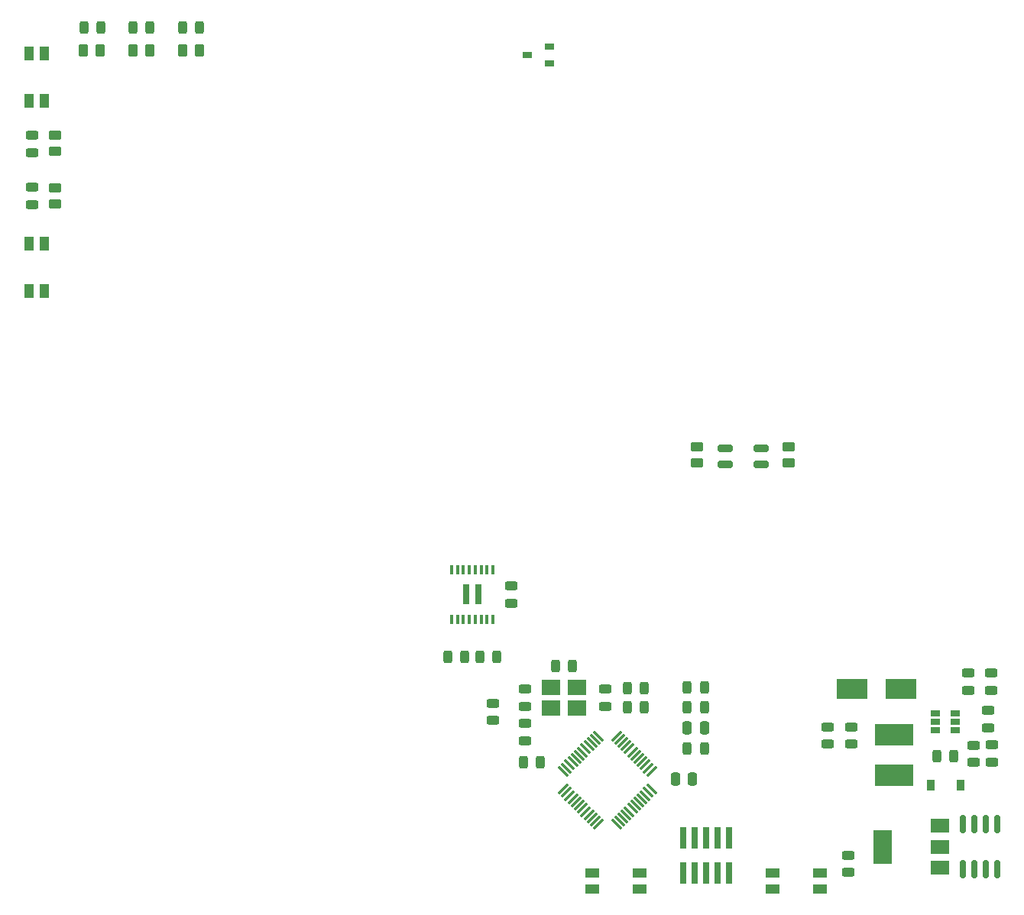
<source format=gtp>
G04 #@! TF.GenerationSoftware,KiCad,Pcbnew,(6.0.5)*
G04 #@! TF.CreationDate,2022-06-02T14:20:13-07:00*
G04 #@! TF.ProjectId,mobo,6d6f626f-2e6b-4696-9361-645f70636258,rev?*
G04 #@! TF.SameCoordinates,Original*
G04 #@! TF.FileFunction,Paste,Top*
G04 #@! TF.FilePolarity,Positive*
%FSLAX46Y46*%
G04 Gerber Fmt 4.6, Leading zero omitted, Abs format (unit mm)*
G04 Created by KiCad (PCBNEW (6.0.5)) date 2022-06-02 14:20:13*
%MOMM*%
%LPD*%
G01*
G04 APERTURE LIST*
G04 Aperture macros list*
%AMRoundRect*
0 Rectangle with rounded corners*
0 $1 Rounding radius*
0 $2 $3 $4 $5 $6 $7 $8 $9 X,Y pos of 4 corners*
0 Add a 4 corners polygon primitive as box body*
4,1,4,$2,$3,$4,$5,$6,$7,$8,$9,$2,$3,0*
0 Add four circle primitives for the rounded corners*
1,1,$1+$1,$2,$3*
1,1,$1+$1,$4,$5*
1,1,$1+$1,$6,$7*
1,1,$1+$1,$8,$9*
0 Add four rect primitives between the rounded corners*
20,1,$1+$1,$2,$3,$4,$5,0*
20,1,$1+$1,$4,$5,$6,$7,0*
20,1,$1+$1,$6,$7,$8,$9,0*
20,1,$1+$1,$8,$9,$2,$3,0*%
G04 Aperture macros list end*
%ADD10RoundRect,0.243750X0.456250X-0.243750X0.456250X0.243750X-0.456250X0.243750X-0.456250X-0.243750X0*%
%ADD11RoundRect,0.243750X-0.243750X-0.456250X0.243750X-0.456250X0.243750X0.456250X-0.243750X0.456250X0*%
%ADD12RoundRect,0.243750X-0.456250X0.243750X-0.456250X-0.243750X0.456250X-0.243750X0.456250X0.243750X0*%
%ADD13RoundRect,0.243750X0.243750X0.456250X-0.243750X0.456250X-0.243750X-0.456250X0.243750X-0.456250X0*%
%ADD14R,3.500000X2.300000*%
%ADD15R,0.900000X1.200000*%
%ADD16R,4.200000X2.400000*%
%ADD17RoundRect,0.250000X-0.450000X0.262500X-0.450000X-0.262500X0.450000X-0.262500X0.450000X0.262500X0*%
%ADD18RoundRect,0.250000X0.450000X-0.262500X0.450000X0.262500X-0.450000X0.262500X-0.450000X-0.262500X0*%
%ADD19R,1.000000X1.550000*%
%ADD20R,1.000000X0.700000*%
%ADD21RoundRect,0.150000X0.150000X-0.825000X0.150000X0.825000X-0.150000X0.825000X-0.150000X-0.825000X0*%
%ADD22R,0.800000X2.300000*%
%ADD23R,0.450000X1.050000*%
%ADD24R,2.000000X1.500000*%
%ADD25R,2.000000X3.800000*%
%ADD26RoundRect,0.075000X-0.521491X0.415425X0.415425X-0.521491X0.521491X-0.415425X-0.415425X0.521491X0*%
%ADD27RoundRect,0.075000X-0.521491X-0.415425X-0.415425X-0.521491X0.521491X0.415425X0.415425X0.521491X0*%
%ADD28R,1.060000X0.650000*%
%ADD29R,2.100000X1.800000*%
%ADD30RoundRect,0.250000X0.262500X0.450000X-0.262500X0.450000X-0.262500X-0.450000X0.262500X-0.450000X0*%
%ADD31RoundRect,0.197500X0.632500X-0.197500X0.632500X0.197500X-0.632500X0.197500X-0.632500X-0.197500X0*%
%ADD32R,0.740000X2.400000*%
%ADD33R,1.550000X1.000000*%
%ADD34RoundRect,0.250000X0.250000X0.475000X-0.250000X0.475000X-0.250000X-0.475000X0.250000X-0.475000X0*%
%ADD35RoundRect,0.250000X-0.250000X-0.475000X0.250000X-0.475000X0.250000X0.475000X-0.250000X0.475000X0*%
G04 APERTURE END LIST*
D10*
X70866000Y-82217500D03*
X70866000Y-80342500D03*
D11*
X73302500Y-80200000D03*
X75177500Y-80200000D03*
X73309000Y-82296000D03*
X75184000Y-82296000D03*
D12*
X61976000Y-84152500D03*
X61976000Y-86027500D03*
D13*
X67231500Y-77724000D03*
X65356500Y-77724000D03*
D10*
X61976000Y-82217500D03*
X61976000Y-80342500D03*
D13*
X58849500Y-76708000D03*
X56974500Y-76708000D03*
D12*
X60452000Y-68912500D03*
X60452000Y-70787500D03*
X97790000Y-98757500D03*
X97790000Y-100632500D03*
D11*
X79972500Y-82360000D03*
X81847500Y-82360000D03*
X79972500Y-80110000D03*
X81847500Y-80110000D03*
D10*
X111700000Y-88417500D03*
X111700000Y-86542500D03*
D12*
X113665000Y-78564500D03*
X113665000Y-80439500D03*
X111125000Y-78564500D03*
X111125000Y-80439500D03*
D13*
X109522500Y-87757000D03*
X107647500Y-87757000D03*
D10*
X98171000Y-86408500D03*
X98171000Y-84533500D03*
X95504000Y-86408500D03*
X95504000Y-84533500D03*
X7366000Y-20828000D03*
X7366000Y-18953000D03*
X7366000Y-26591500D03*
X7366000Y-24716500D03*
D14*
X103665000Y-80264000D03*
X98265000Y-80264000D03*
D15*
X110235000Y-90932000D03*
X106935000Y-90932000D03*
D16*
X102870000Y-85380000D03*
X102870000Y-89880000D03*
D17*
X9906000Y-24741500D03*
X9906000Y-26566500D03*
X9906000Y-18899500D03*
X9906000Y-20724500D03*
D13*
X63675500Y-88392000D03*
X61800500Y-88392000D03*
D18*
X81026000Y-55268500D03*
X81026000Y-53443500D03*
X91186000Y-55268500D03*
X91186000Y-53443500D03*
D10*
X113754000Y-88402000D03*
X113754000Y-86527000D03*
D12*
X113284000Y-82707000D03*
X113284000Y-84582000D03*
D19*
X7024000Y-9821000D03*
X7024000Y-15071000D03*
X8724000Y-15071000D03*
X8724000Y-9821000D03*
X7024000Y-30903000D03*
X7024000Y-36153000D03*
X8724000Y-36153000D03*
X8724000Y-30903000D03*
D20*
X64676000Y-10991000D03*
X64676000Y-9091000D03*
X62276000Y-10041000D03*
D21*
X110490000Y-100265000D03*
X111760000Y-100265000D03*
X113030000Y-100265000D03*
X114300000Y-100265000D03*
X114300000Y-95315000D03*
X113030000Y-95315000D03*
X111760000Y-95315000D03*
X110490000Y-95315000D03*
D22*
X55485000Y-69831000D03*
X56805000Y-69831000D03*
D23*
X58420000Y-67056000D03*
X57770000Y-67056000D03*
X57120000Y-67056000D03*
X56470000Y-67056000D03*
X55820000Y-67056000D03*
X55170000Y-67056000D03*
X54520000Y-67056000D03*
X53870000Y-67056000D03*
X53870000Y-72606000D03*
X54520000Y-72606000D03*
X55170000Y-72606000D03*
X55820000Y-72606000D03*
X56470000Y-72606000D03*
X57120000Y-72606000D03*
X57770000Y-72606000D03*
X58420000Y-72606000D03*
D24*
X107925000Y-100090000D03*
X107925000Y-97790000D03*
D25*
X101625000Y-97790000D03*
D24*
X107925000Y-95490000D03*
D26*
X70121212Y-85536124D03*
X69767658Y-85889678D03*
X69414105Y-86243231D03*
X69060551Y-86596785D03*
X68706998Y-86950338D03*
X68353445Y-87303891D03*
X67999891Y-87657445D03*
X67646338Y-88010998D03*
X67292785Y-88364551D03*
X66939231Y-88718105D03*
X66585678Y-89071658D03*
X66232124Y-89425212D03*
D27*
X66232124Y-91422788D03*
X66585678Y-91776342D03*
X66939231Y-92129895D03*
X67292785Y-92483449D03*
X67646338Y-92837002D03*
X67999891Y-93190555D03*
X68353445Y-93544109D03*
X68706998Y-93897662D03*
X69060551Y-94251215D03*
X69414105Y-94604769D03*
X69767658Y-94958322D03*
X70121212Y-95311876D03*
D26*
X72118788Y-95311876D03*
X72472342Y-94958322D03*
X72825895Y-94604769D03*
X73179449Y-94251215D03*
X73533002Y-93897662D03*
X73886555Y-93544109D03*
X74240109Y-93190555D03*
X74593662Y-92837002D03*
X74947215Y-92483449D03*
X75300769Y-92129895D03*
X75654322Y-91776342D03*
X76007876Y-91422788D03*
D27*
X76007876Y-89425212D03*
X75654322Y-89071658D03*
X75300769Y-88718105D03*
X74947215Y-88364551D03*
X74593662Y-88010998D03*
X74240109Y-87657445D03*
X73886555Y-87303891D03*
X73533002Y-86950338D03*
X73179449Y-86596785D03*
X72825895Y-86243231D03*
X72472342Y-85889678D03*
X72118788Y-85536124D03*
D28*
X109685000Y-84897000D03*
X109685000Y-83947000D03*
X109685000Y-82997000D03*
X107485000Y-82997000D03*
X107485000Y-83947000D03*
X107485000Y-84897000D03*
D29*
X67744000Y-80130000D03*
X64844000Y-80130000D03*
X64844000Y-82430000D03*
X67744000Y-82430000D03*
D13*
X55293500Y-76708000D03*
X53418500Y-76708000D03*
D11*
X13125000Y-7000000D03*
X15000000Y-7000000D03*
X18562500Y-7000000D03*
X20437500Y-7000000D03*
X24062500Y-7000000D03*
X25937500Y-7000000D03*
D30*
X14912500Y-9500000D03*
X13087500Y-9500000D03*
X20412500Y-9500000D03*
X18587500Y-9500000D03*
X25912500Y-9500000D03*
X24087500Y-9500000D03*
D11*
X79972500Y-86920000D03*
X81847500Y-86920000D03*
D12*
X58430000Y-81942500D03*
X58430000Y-83817500D03*
D31*
X88169500Y-53650000D03*
X84169500Y-53650000D03*
X84169500Y-55450000D03*
X88169500Y-55450000D03*
D32*
X79550000Y-100690000D03*
X79550000Y-96790000D03*
X80820000Y-100690000D03*
X80820000Y-96790000D03*
X82090000Y-100690000D03*
X82090000Y-96790000D03*
X83360000Y-100690000D03*
X83360000Y-96790000D03*
X84630000Y-100690000D03*
X84630000Y-96790000D03*
D33*
X94700000Y-102450000D03*
X89450000Y-102450000D03*
X94700000Y-100750000D03*
X89450000Y-100750000D03*
D34*
X81860000Y-84640000D03*
X79960000Y-84640000D03*
D33*
X74700000Y-102450000D03*
X69450000Y-102450000D03*
X69450000Y-100750000D03*
X74700000Y-100750000D03*
D35*
X78670000Y-90280000D03*
X80570000Y-90280000D03*
M02*

</source>
